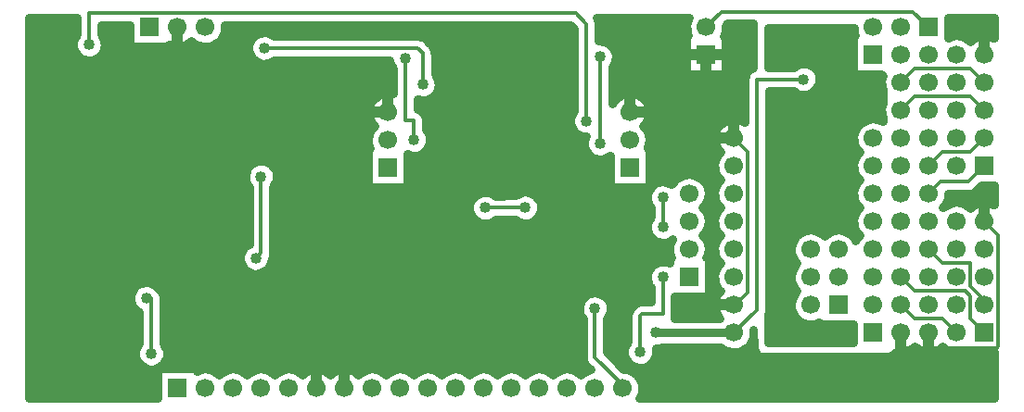
<source format=gbr>
G04 DipTrace 2.4.0.2*
%INBottom.gbr*%
%MOIN*%
%ADD13C,0.013*%
%ADD14C,0.03*%
%ADD17C,0.04*%
%ADD26R,0.0669X0.0669*%
%ADD27C,0.0669*%
%FSLAX44Y44*%
G04*
G70*
G90*
G75*
G01*
%LNBottom*%
%LPD*%
X12941Y12566D2*
D13*
Y9816D1*
X12754Y9628D1*
X32444Y16066D2*
X30756D1*
Y7756D1*
X29940Y6940D1*
D14*
X27131D1*
X8816Y8190D2*
D13*
X9004D1*
Y6190D1*
X29940Y7940D2*
X30002D1*
X30440Y8378D1*
Y13440D1*
X29940Y13940D1*
X29444D1*
X28943Y14441D1*
Y14879D1*
Y16937D1*
X28940Y16940D1*
X26192Y14879D2*
X28943D1*
X8629Y16941D2*
X9941D1*
Y17065D1*
Y17939D1*
X9940Y17940D1*
X11315Y17065D2*
X9941D1*
X7950Y9307D2*
X8920D1*
X9941Y10328D1*
X10804Y11191D1*
X12191D1*
X9941Y16941D2*
Y15940D1*
Y15754D1*
Y10328D1*
X17504Y14878D2*
Y15629D1*
X17379Y15754D1*
X16440D1*
X9941D1*
X10566Y9691D2*
X11566D1*
X11941Y10066D1*
Y10941D1*
X12191Y11191D1*
X14940Y4940D2*
Y5504D1*
X14692Y5753D1*
X12691D1*
Y6690D1*
X38940Y10940D2*
X38945D1*
X39444Y10441D1*
Y6440D1*
X39382Y6378D1*
X37006D1*
X36944Y6440D1*
Y6936D1*
X36940Y6940D1*
X35940D2*
Y6444D1*
X36006Y6378D1*
X37006D1*
X12691Y6690D2*
X9941D1*
Y10328D1*
X15940Y4940D2*
Y5938D1*
X16442Y6440D1*
Y8942D1*
X16940Y9440D1*
X21505Y10253D2*
X20380D1*
X9940Y15940D2*
X9941D1*
X16440D2*
Y15754D1*
X24630Y14566D2*
Y18066D1*
X24255Y18442D1*
X6753D1*
Y17316D1*
X18755Y15879D2*
Y17004D1*
X18567Y17191D1*
X13066D1*
X21003Y11441D2*
X22440Y11443D1*
X25940Y4940D2*
X26068D1*
X24943Y6065D1*
Y7815D1*
X35940Y7940D2*
X36440Y7440D1*
X37440D1*
X37940Y6940D1*
X27380Y11816D2*
Y10753D1*
X26568Y6253D2*
Y7565D1*
X26630Y7628D1*
X27380D1*
Y8941D1*
X18130Y16816D2*
Y14588D1*
X18442D1*
Y13879D1*
X25130Y16879D2*
Y13754D1*
X35940Y15940D2*
X36440Y16440D1*
X38440D1*
X38940Y15940D1*
X35940Y14940D2*
X36440Y15440D1*
X38440D1*
X38940Y14940D1*
X36940Y12940D2*
X37440Y13440D1*
X38440D1*
X38940Y13940D1*
X36940Y11940D2*
X37378Y12378D1*
X38378D1*
X38940Y12940D1*
X36940Y9940D2*
X37440Y9440D1*
X38440D1*
Y8627D1*
X38940Y8127D1*
Y7940D1*
X35940Y8940D2*
X36440Y8440D1*
X38253D1*
X38440Y8253D1*
Y7440D1*
X38940Y6940D1*
X36940Y17940D2*
X36377Y18503D1*
X29503D1*
X28940Y17940D1*
D17*
X12941Y12566D3*
X12754Y9628D3*
X32444Y16066D3*
X27131Y6940D3*
X8816Y8190D3*
X9004Y6190D3*
X8629Y16941D3*
X11315Y17065D3*
X7950Y9307D3*
X12191Y11191D3*
X10566Y9691D3*
X12691Y6690D3*
X16940Y9440D3*
X21505Y10253D3*
X20380D3*
X24630Y14566D3*
X6753Y17316D3*
X18755Y15879D3*
X13066Y17191D3*
X21003Y11441D3*
X22440Y11443D3*
X24943Y7815D3*
X27380Y11816D3*
Y10753D3*
X26568Y6253D3*
X27380Y8941D3*
Y10753D3*
X18130Y16816D3*
X18442Y13879D3*
X25130Y16879D3*
Y13754D3*
X9940Y15940D3*
Y15440D3*
Y14940D3*
Y14440D3*
Y13940D3*
Y13440D3*
Y12940D3*
Y12440D3*
Y11940D3*
Y11440D3*
Y10940D3*
Y10440D3*
Y9940D3*
Y9440D3*
Y8940D3*
X16440Y15940D3*
Y15440D3*
Y14940D3*
Y14440D3*
Y13940D3*
Y13440D3*
Y12940D3*
Y12440D3*
Y11940D3*
Y11440D3*
Y10940D3*
Y10440D3*
Y9940D3*
Y9440D3*
Y8940D3*
X32256Y14504D3*
Y14004D3*
Y13504D3*
Y13004D3*
X32819Y14504D3*
Y14004D3*
Y13504D3*
Y13004D3*
X32256Y12503D3*
X32819D3*
X31381Y13754D3*
Y13254D3*
X4620Y17991D2*
D14*
X6297D1*
X7210D2*
X8212D1*
X11664D2*
X24071D1*
X25086D2*
X28217D1*
X29663D2*
X30616D1*
X37668D2*
X39261D1*
X4620Y17693D2*
X6297D1*
X7210D2*
X8212D1*
X11623D2*
X12781D1*
X13349D2*
X24173D1*
X25086D2*
X28258D1*
X29622D2*
X30616D1*
X37668D2*
X39261D1*
X4620Y17394D2*
X6166D1*
X7341D2*
X8212D1*
X11401D2*
X12514D1*
X18996D2*
X24173D1*
X25386D2*
X28213D1*
X29667D2*
X30616D1*
X4620Y17095D2*
X6207D1*
X7300D2*
X12481D1*
X19201D2*
X24173D1*
X25677D2*
X28213D1*
X29667D2*
X30616D1*
X4620Y16797D2*
X6510D1*
X6997D2*
X12637D1*
X19209D2*
X24173D1*
X25718D2*
X28213D1*
X29667D2*
X30616D1*
X4620Y16498D2*
X17636D1*
X19209D2*
X24173D1*
X25587D2*
X28213D1*
X29667D2*
X30616D1*
X4620Y16199D2*
X17673D1*
X19246D2*
X24173D1*
X25587D2*
X30321D1*
X4620Y15900D2*
X17673D1*
X19345D2*
X24173D1*
X25587D2*
X30300D1*
X4620Y15602D2*
X17673D1*
X19275D2*
X24173D1*
X25587D2*
X30300D1*
X4620Y15303D2*
X16923D1*
X18586D2*
X24173D1*
X26776D2*
X30300D1*
X4620Y15004D2*
X16791D1*
X18586D2*
X24173D1*
X26907D2*
X30300D1*
X4620Y14706D2*
X16800D1*
X18881D2*
X24054D1*
X26899D2*
X30300D1*
X4620Y14407D2*
X16964D1*
X18898D2*
X24063D1*
X26735D2*
X29394D1*
X4620Y14108D2*
X16816D1*
X18984D2*
X24276D1*
X26878D2*
X29234D1*
X4620Y13810D2*
X16783D1*
X19029D2*
X24542D1*
X26915D2*
X29226D1*
X4620Y13511D2*
X16779D1*
X18898D2*
X24592D1*
X26919D2*
X29361D1*
X4620Y13212D2*
X16779D1*
X18229D2*
X24948D1*
X25312D2*
X25465D1*
X26919D2*
X29271D1*
X4620Y12914D2*
X12469D1*
X13415D2*
X16779D1*
X18229D2*
X25465D1*
X26919D2*
X29213D1*
X4620Y12615D2*
X12350D1*
X13530D2*
X16779D1*
X18229D2*
X25465D1*
X26919D2*
X28114D1*
X28523D2*
X29295D1*
X4620Y12316D2*
X12407D1*
X13476D2*
X16779D1*
X18229D2*
X25465D1*
X26919D2*
X27093D1*
X28933D2*
X29324D1*
X4620Y12018D2*
X12485D1*
X13398D2*
X26827D1*
X29040D2*
X29220D1*
X38636D2*
X39261D1*
X4620Y11719D2*
X12485D1*
X13398D2*
X20482D1*
X22958D2*
X26798D1*
X29007D2*
X29250D1*
X37631D2*
X39261D1*
X4620Y11420D2*
X12485D1*
X13398D2*
X20413D1*
X23032D2*
X26925D1*
X28855D2*
X29406D1*
X4620Y11121D2*
X12485D1*
X13398D2*
X20511D1*
X22929D2*
X26925D1*
X29019D2*
X29238D1*
X4620Y10823D2*
X12485D1*
X13398D2*
X26794D1*
X29036D2*
X29220D1*
X4620Y10524D2*
X12485D1*
X13398D2*
X26839D1*
X28908D2*
X29353D1*
X4620Y10225D2*
X12485D1*
X13398D2*
X27159D1*
X28982D2*
X29275D1*
X4620Y9927D2*
X12247D1*
X13398D2*
X27594D1*
X29044D2*
X29213D1*
X4620Y9628D2*
X12161D1*
X13353D2*
X27594D1*
X29044D2*
X29287D1*
X4620Y9329D2*
X12247D1*
X13259D2*
X26946D1*
X29044D2*
X29332D1*
X4620Y9031D2*
X26798D1*
X29044D2*
X29220D1*
X4620Y8732D2*
X8634D1*
X8994D2*
X26831D1*
X29044D2*
X29246D1*
X4620Y8433D2*
X8278D1*
X9383D2*
X26925D1*
X29044D2*
X29419D1*
X4620Y8135D2*
X8228D1*
X9461D2*
X24452D1*
X25435D2*
X26925D1*
X27838D2*
X29242D1*
X4620Y7836D2*
X8351D1*
X9461D2*
X24350D1*
X25533D2*
X26207D1*
X27838D2*
X29222D1*
X4620Y7537D2*
X8548D1*
X9461D2*
X24423D1*
X25459D2*
X26113D1*
X27826D2*
X29341D1*
X4620Y7239D2*
X8548D1*
X9461D2*
X24485D1*
X25398D2*
X26113D1*
X4620Y6940D2*
X8548D1*
X9461D2*
X24485D1*
X25398D2*
X26113D1*
X4620Y6641D2*
X8548D1*
X9461D2*
X24485D1*
X25398D2*
X26113D1*
X4620Y6342D2*
X8433D1*
X9576D2*
X24485D1*
X25398D2*
X25982D1*
X27153D2*
X29554D1*
X30327D2*
X30628D1*
X36327D2*
X36550D1*
X37328D2*
X37551D1*
X4620Y6044D2*
X8429D1*
X9576D2*
X24485D1*
X25599D2*
X26015D1*
X27120D2*
X39261D1*
X4620Y5745D2*
X8630D1*
X9375D2*
X24628D1*
X25898D2*
X26298D1*
X26837D2*
X39261D1*
X4620Y5446D2*
X9213D1*
X26448D2*
X39261D1*
X4620Y5148D2*
X9213D1*
X26636D2*
X39261D1*
X4620Y4849D2*
X9213D1*
X26661D2*
X39261D1*
X37637Y18288D2*
Y17566D1*
X37808Y17624D1*
X37938Y17637D1*
X38068Y17625D1*
X38194Y17589D1*
X38311Y17529D1*
X38440Y17422D1*
X38501Y17481D1*
X38610Y17554D1*
X38731Y17605D1*
X38859Y17632D1*
X38990Y17635D1*
X39120Y17613D1*
X39243Y17568D1*
X39290Y17543D1*
Y18289D1*
X37640Y18290D1*
X37624Y11810D2*
X37588Y11684D1*
X37528Y11567D1*
X37420Y11439D1*
X37462Y11447D1*
X37565Y11527D1*
X37682Y11587D1*
X37808Y11624D1*
X37938Y11637D1*
X38068Y11625D1*
X38194Y11589D1*
X38311Y11529D1*
X38440Y11422D1*
X38501Y11481D1*
X38610Y11554D1*
X38731Y11605D1*
X38859Y11632D1*
X38990Y11635D1*
X39120Y11613D1*
X39243Y11568D1*
X39290Y11543D1*
Y12244D1*
X38845Y12243D1*
X38679Y12076D1*
X38574Y11998D1*
X38446Y11957D1*
X38246Y11951D1*
X37635D1*
X37624Y11810D1*
X37439Y6455D2*
X37328Y6362D1*
X37213Y6299D1*
X37088Y6259D1*
X36958Y6244D1*
X36827Y6253D1*
X36701Y6286D1*
X36582Y6342D1*
X36477Y6420D1*
X36439Y6455D1*
X36350Y6377D1*
X36237Y6310D1*
X36114Y6265D1*
X35984Y6245D1*
X35853Y6249D1*
X35761Y6267D1*
X35742Y6235D1*
X35649Y6142D1*
X35530Y6089D1*
X35313Y6078D1*
X31006D1*
X30877Y6102D1*
X30766Y6169D1*
X30685Y6272D1*
X30647Y6401D1*
X30644Y7043D1*
X30624Y6810D1*
X30588Y6684D1*
X30528Y6567D1*
X30448Y6463D1*
X30350Y6377D1*
X30237Y6310D1*
X30114Y6265D1*
X29984Y6245D1*
X29853Y6249D1*
X29725Y6277D1*
X29605Y6329D1*
X29471Y6429D1*
X27360Y6428D1*
X27226Y6386D1*
X27115Y6380D1*
X27130Y6253D1*
X27115Y6123D1*
X27070Y6000D1*
X26998Y5890D1*
X26902Y5801D1*
X26788Y5736D1*
X26663Y5699D1*
X26532Y5692D1*
X26403Y5715D1*
X26283Y5768D1*
X26179Y5847D1*
X26096Y5948D1*
X26038Y6066D1*
X26009Y6193D1*
X26010Y6324D1*
X26042Y6451D1*
X26102Y6568D1*
X26142Y6614D1*
X26141Y7565D1*
X26161Y7695D1*
X26236Y7834D1*
X26373Y7968D1*
X26475Y8026D1*
X26601Y8054D1*
X26954Y8055D1*
Y8575D1*
X26908Y8636D1*
X26851Y8753D1*
X26822Y8881D1*
X26823Y9012D1*
X26855Y9139D1*
X26915Y9255D1*
X27000Y9355D1*
X27107Y9431D1*
X27228Y9481D1*
X27357Y9502D1*
X27487Y9492D1*
X27623Y9446D1*
X27621Y9637D1*
X27691D1*
X27656Y9724D1*
X27627Y9852D1*
X27623Y9983D1*
X27643Y10112D1*
X27687Y10236D1*
X27735Y10317D1*
X27601Y10236D1*
X27475Y10199D1*
X27345Y10192D1*
X27216Y10216D1*
X27096Y10269D1*
X26992Y10348D1*
X26908Y10449D1*
X26851Y10566D1*
X26822Y10694D1*
X26823Y10825D1*
X26855Y10952D1*
X26915Y11068D1*
X26955Y11115D1*
X26954Y11454D1*
X26908Y11511D1*
X26851Y11629D1*
X26822Y11756D1*
X26823Y11887D1*
X26855Y12014D1*
X26915Y12131D1*
X27000Y12230D1*
X27107Y12307D1*
X27228Y12357D1*
X27357Y12377D1*
X27487Y12368D1*
X27612Y12328D1*
X27707Y12271D1*
X27754Y12349D1*
X27840Y12447D1*
X27943Y12528D1*
X28060Y12588D1*
X28186Y12624D1*
X28316Y12637D1*
X28447Y12625D1*
X28573Y12589D1*
X28689Y12530D1*
X28793Y12450D1*
X28880Y12352D1*
X28947Y12239D1*
X28992Y12116D1*
X29015Y11941D1*
X29002Y11810D1*
X28966Y11684D1*
X28906Y11567D1*
X28799Y11439D1*
X28880Y11352D1*
X28947Y11239D1*
X28992Y11116D1*
X29015Y10941D1*
X29002Y10810D1*
X28966Y10684D1*
X28906Y10567D1*
X28799Y10439D1*
X28880Y10352D1*
X28947Y10239D1*
X28992Y10116D1*
X29015Y9941D1*
X29002Y9810D1*
X28966Y9684D1*
X28942Y9637D1*
X29015D1*
Y8244D1*
X27805D1*
X27807Y7628D1*
X27790Y7509D1*
X27787Y7452D1*
X29439Y7456D1*
X29357Y7558D1*
X29296Y7674D1*
X29258Y7800D1*
X29243Y7930D1*
X29254Y8061D1*
X29289Y8187D1*
X29346Y8305D1*
X29425Y8409D1*
X29455Y8440D1*
X29404Y8495D1*
X29330Y8603D1*
X29278Y8724D1*
X29249Y8851D1*
X29245Y8982D1*
X29265Y9112D1*
X29309Y9235D1*
X29375Y9348D1*
X29454Y9437D1*
X29330Y9603D1*
X29278Y9724D1*
X29249Y9851D1*
X29245Y9982D1*
X29265Y10112D1*
X29309Y10235D1*
X29375Y10348D1*
X29454Y10437D1*
X29330Y10603D1*
X29278Y10724D1*
X29249Y10851D1*
X29245Y10982D1*
X29265Y11112D1*
X29309Y11235D1*
X29375Y11348D1*
X29454Y11437D1*
X29330Y11603D1*
X29278Y11724D1*
X29249Y11851D1*
X29245Y11982D1*
X29265Y12112D1*
X29309Y12235D1*
X29375Y12348D1*
X29454Y12437D1*
X29330Y12603D1*
X29278Y12724D1*
X29249Y12851D1*
X29245Y12982D1*
X29265Y13112D1*
X29309Y13235D1*
X29375Y13348D1*
X29454Y13437D1*
X29357Y13558D1*
X29296Y13674D1*
X29258Y13800D1*
X29243Y13930D1*
X29254Y14061D1*
X29289Y14187D1*
X29346Y14305D1*
X29425Y14409D1*
X29522Y14497D1*
X29634Y14566D1*
X29756Y14612D1*
X29886Y14635D1*
X30017Y14632D1*
X30145Y14606D1*
X30266Y14556D1*
X30329Y14518D1*
Y16066D1*
X30349Y16195D1*
X30407Y16313D1*
X30498Y16407D1*
X30603Y16464D1*
X30644Y16545D1*
X30645Y18070D1*
X30341Y18076D1*
X29680D1*
X29635Y17986D1*
X29624Y17810D1*
X29588Y17684D1*
X29564Y17636D1*
X29637Y17637D1*
Y16243D1*
X28243D1*
Y17637D1*
X28313D1*
X28278Y17724D1*
X28249Y17851D1*
X28245Y17982D1*
X28265Y18112D1*
X28309Y18235D1*
X28340Y18288D1*
X24992Y18290D1*
X25051Y18139D1*
X25057Y17935D1*
Y17439D1*
X25237Y17431D1*
X25362Y17391D1*
X25474Y17323D1*
X25568Y17232D1*
X25637Y17121D1*
X25680Y16997D1*
X25692Y16879D1*
X25677Y16749D1*
X25632Y16626D1*
X25557Y16514D1*
X25561Y15174D1*
X25628Y15287D1*
X25714Y15385D1*
X25817Y15466D1*
X25934Y15526D1*
X26060Y15562D1*
X26190Y15575D1*
X26321Y15563D1*
X26447Y15527D1*
X26564Y15468D1*
X26667Y15388D1*
X26754Y15290D1*
X26822Y15177D1*
X26866Y15054D1*
X26887Y14925D1*
X26884Y14800D1*
X26857Y14672D1*
X26807Y14551D1*
X26735Y14441D1*
X26677Y14378D1*
X26754Y14290D1*
X26822Y14177D1*
X26866Y14054D1*
X26889Y13879D1*
X26877Y13748D1*
X26840Y13622D1*
X26816Y13575D1*
X26889D1*
Y12182D1*
X25496D1*
Y13326D1*
X25351Y13237D1*
X25225Y13200D1*
X25094Y13193D1*
X24966Y13216D1*
X24846Y13269D1*
X24741Y13348D1*
X24658Y13449D1*
X24600Y13566D1*
X24571Y13694D1*
X24573Y13825D1*
X24604Y13952D1*
X24633Y14007D1*
X24466Y14029D1*
X24346Y14081D1*
X24241Y14160D1*
X24158Y14261D1*
X24100Y14379D1*
X24071Y14507D1*
X24073Y14638D1*
X24104Y14765D1*
X24165Y14881D1*
X24205Y14927D1*
X24203Y17892D1*
X24076Y18017D1*
X21499Y18015D1*
X11636D1*
X11624Y17810D1*
X11588Y17684D1*
X11528Y17567D1*
X11448Y17463D1*
X11350Y17377D1*
X11237Y17310D1*
X11114Y17265D1*
X10984Y17245D1*
X10853Y17249D1*
X10725Y17277D1*
X10605Y17329D1*
X10497Y17403D1*
X10442Y17458D1*
X10350Y17377D1*
X10237Y17310D1*
X10114Y17265D1*
X9984Y17245D1*
X9853Y17249D1*
X9725Y17277D1*
X9637Y17313D1*
Y17243D1*
X8243D1*
Y18018D1*
X7326Y18015D1*
X7182D1*
X7180Y17683D1*
X7260Y17559D1*
X7303Y17435D1*
X7315Y17316D1*
X7300Y17186D1*
X7255Y17063D1*
X7183Y16954D1*
X7087Y16865D1*
X6974Y16799D1*
X6848Y16762D1*
X6717Y16756D1*
X6589Y16779D1*
X6469Y16832D1*
X6364Y16911D1*
X6281Y17012D1*
X6223Y17129D1*
X6194Y17257D1*
X6196Y17388D1*
X6228Y17515D1*
X6288Y17631D1*
X6328Y17678D1*
X6326Y18288D1*
X4593Y18290D1*
X4590Y17128D1*
Y4591D1*
X9242Y4590D1*
X9243Y5637D1*
X10637D1*
Y5567D1*
X10808Y5624D1*
X10938Y5637D1*
X11068Y5625D1*
X11194Y5589D1*
X11311Y5529D1*
X11440Y5422D1*
X11565Y5527D1*
X11682Y5587D1*
X11808Y5624D1*
X11938Y5637D1*
X12068Y5625D1*
X12194Y5589D1*
X12311Y5529D1*
X12440Y5422D1*
X12565Y5527D1*
X12682Y5587D1*
X12808Y5624D1*
X12938Y5637D1*
X13068Y5625D1*
X13194Y5589D1*
X13311Y5529D1*
X13440Y5422D1*
X13565Y5527D1*
X13682Y5587D1*
X13808Y5624D1*
X13938Y5637D1*
X14068Y5625D1*
X14194Y5589D1*
X14311Y5529D1*
X14440Y5422D1*
X14501Y5481D1*
X14610Y5554D1*
X14731Y5605D1*
X14859Y5632D1*
X14990Y5635D1*
X15120Y5613D1*
X15243Y5568D1*
X15355Y5500D1*
X15440Y5425D1*
X15543Y5513D1*
X15658Y5577D1*
X15782Y5618D1*
X15912Y5636D1*
X16043Y5629D1*
X16170Y5598D1*
X16289Y5543D1*
X16396Y5467D1*
X16440Y5425D1*
X16565Y5527D1*
X16682Y5587D1*
X16808Y5624D1*
X16938Y5637D1*
X17068Y5625D1*
X17194Y5589D1*
X17311Y5529D1*
X17440Y5422D1*
X17565Y5527D1*
X17682Y5587D1*
X17808Y5624D1*
X17938Y5637D1*
X18068Y5625D1*
X18194Y5589D1*
X18311Y5529D1*
X18440Y5422D1*
X18565Y5527D1*
X18682Y5587D1*
X18808Y5624D1*
X18938Y5637D1*
X19068Y5625D1*
X19194Y5589D1*
X19311Y5529D1*
X19440Y5422D1*
X19565Y5527D1*
X19682Y5587D1*
X19808Y5624D1*
X19938Y5637D1*
X20068Y5625D1*
X20194Y5589D1*
X20311Y5529D1*
X20440Y5422D1*
X20565Y5527D1*
X20682Y5587D1*
X20808Y5624D1*
X20938Y5637D1*
X21068Y5625D1*
X21194Y5589D1*
X21311Y5529D1*
X21440Y5422D1*
X21565Y5527D1*
X21682Y5587D1*
X21808Y5624D1*
X21938Y5637D1*
X22068Y5625D1*
X22194Y5589D1*
X22311Y5529D1*
X22440Y5422D1*
X22565Y5527D1*
X22682Y5587D1*
X22808Y5624D1*
X22938Y5637D1*
X23068Y5625D1*
X23194Y5589D1*
X23311Y5529D1*
X23440Y5422D1*
X23565Y5527D1*
X23682Y5587D1*
X23808Y5624D1*
X23938Y5637D1*
X24068Y5625D1*
X24194Y5589D1*
X24311Y5529D1*
X24440Y5422D1*
X24565Y5527D1*
X24682Y5587D1*
X24788Y5618D1*
X24641Y5763D1*
X24564Y5869D1*
X24522Y5997D1*
X24516Y6196D1*
Y7447D1*
X24470Y7511D1*
X24413Y7628D1*
X24384Y7756D1*
X24385Y7887D1*
X24417Y8014D1*
X24477Y8130D1*
X24563Y8229D1*
X24669Y8306D1*
X24790Y8356D1*
X24919Y8377D1*
X25050Y8367D1*
X25174Y8327D1*
X25287Y8260D1*
X25380Y8168D1*
X25450Y8058D1*
X25492Y7934D1*
X25505Y7815D1*
X25489Y7685D1*
X25445Y7562D1*
X25369Y7450D1*
X25370Y6245D1*
X25978Y5633D1*
X26068Y5625D1*
X26194Y5589D1*
X26311Y5529D1*
X26415Y5449D1*
X26502Y5351D1*
X26569Y5239D1*
X26614Y5116D1*
X26637Y4940D1*
X26624Y4810D1*
X26588Y4684D1*
X26541Y4592D1*
X28456Y4590D1*
X39287D1*
X39290Y5752D1*
Y6240D1*
X38324Y6243D1*
X38243D1*
Y6313D1*
X38114Y6265D1*
X37984Y6245D1*
X37853Y6249D1*
X37725Y6277D1*
X37605Y6329D1*
X37497Y6403D1*
X37442Y6458D1*
X18201Y13374D2*
Y12182D1*
X16808D1*
Y13575D1*
X16878D1*
X16842Y13662D1*
X16813Y13790D1*
X16809Y13921D1*
X16829Y14050D1*
X16873Y14174D1*
X16940Y14287D1*
X17018Y14376D1*
X16922Y14497D1*
X16860Y14613D1*
X16822Y14738D1*
X16808Y14868D1*
X16818Y14999D1*
X16853Y15125D1*
X16911Y15243D1*
X16990Y15348D1*
X17087Y15436D1*
X17198Y15504D1*
X17321Y15550D1*
X17450Y15573D1*
X17581Y15571D1*
X17702Y15546D1*
X17703Y16454D1*
X17657Y16512D1*
X17600Y16629D1*
X17571Y16761D1*
X16861Y16764D1*
X13428D1*
X13287Y16674D1*
X13161Y16637D1*
X13031Y16631D1*
X12902Y16654D1*
X12782Y16707D1*
X12678Y16786D1*
X12594Y16887D1*
X12537Y17004D1*
X12508Y17132D1*
X12509Y17263D1*
X12541Y17390D1*
X12601Y17506D1*
X12686Y17605D1*
X12793Y17682D1*
X12914Y17732D1*
X13043Y17753D1*
X13173Y17743D1*
X13298Y17703D1*
X13431Y17616D1*
X14773Y17618D1*
X18567D1*
X18696Y17598D1*
X18816Y17537D1*
X18962Y17401D1*
X19056Y17306D1*
X19134Y17200D1*
X19175Y17072D1*
X19182Y16873D1*
Y16245D1*
X19262Y16121D1*
X19304Y15997D1*
X19317Y15879D1*
X19301Y15749D1*
X19256Y15626D1*
X19184Y15516D1*
X19089Y15427D1*
X18975Y15362D1*
X18850Y15325D1*
X18719Y15318D1*
X18590Y15341D1*
X18556Y15356D1*
X18557Y14999D1*
X18676Y14945D1*
X18773Y14858D1*
X18839Y14745D1*
X18869Y14588D1*
Y14248D1*
X18949Y14121D1*
X18991Y13997D1*
X19004Y13879D1*
X18989Y13748D1*
X18944Y13626D1*
X18872Y13516D1*
X18776Y13427D1*
X18663Y13362D1*
X18537Y13325D1*
X18406Y13318D1*
X18277Y13341D1*
X18199Y13376D1*
X13368Y12201D2*
Y9816D1*
X13347Y9683D1*
X13301Y9498D1*
X13256Y9375D1*
X13184Y9266D1*
X13088Y9176D1*
X12974Y9111D1*
X12849Y9074D1*
X12718Y9067D1*
X12589Y9091D1*
X12469Y9143D1*
X12365Y9222D1*
X12282Y9323D1*
X12224Y9441D1*
X12195Y9569D1*
X12197Y9700D1*
X12228Y9827D1*
X12288Y9943D1*
X12374Y10042D1*
X12480Y10119D1*
X12514Y10133D1*
X12515Y12198D1*
X12469Y12261D1*
X12412Y12379D1*
X12383Y12506D1*
X12384Y12637D1*
X12416Y12764D1*
X12476Y12881D1*
X12561Y12980D1*
X12668Y13057D1*
X12788Y13107D1*
X12918Y13127D1*
X13048Y13118D1*
X13173Y13078D1*
X13285Y13010D1*
X13379Y12919D1*
X13449Y12808D1*
X13491Y12684D1*
X13503Y12566D1*
X13488Y12436D1*
X13443Y12313D1*
X13368Y12201D1*
X9431Y8059D2*
Y6554D1*
X9511Y6432D1*
X9553Y6308D1*
X9566Y6190D1*
X9550Y6060D1*
X9505Y5937D1*
X9433Y5828D1*
X9338Y5738D1*
X9224Y5673D1*
X9098Y5636D1*
X8968Y5629D1*
X8839Y5653D1*
X8719Y5706D1*
X8615Y5785D1*
X8531Y5886D1*
X8474Y6003D1*
X8445Y6131D1*
X8446Y6262D1*
X8478Y6389D1*
X8538Y6505D1*
X8578Y6552D1*
X8577Y7679D1*
X8427Y7785D1*
X8344Y7886D1*
X8286Y8003D1*
X8257Y8131D1*
X8259Y8262D1*
X8290Y8389D1*
X8350Y8505D1*
X8436Y8604D1*
X8542Y8681D1*
X8663Y8731D1*
X8792Y8752D1*
X8923Y8742D1*
X9048Y8702D1*
X9160Y8635D1*
X9332Y8463D1*
X9397Y8357D1*
X9430Y8219D1*
X9431Y8059D1*
X21367Y11868D2*
X22072Y11870D1*
X22166Y11934D1*
X22287Y11984D1*
X22416Y12005D1*
X22547Y11995D1*
X22672Y11955D1*
X22784Y11888D1*
X22877Y11796D1*
X22947Y11685D1*
X22989Y11561D1*
X23002Y11443D1*
X22987Y11313D1*
X22942Y11190D1*
X22870Y11081D1*
X22774Y10991D1*
X22661Y10926D1*
X22535Y10889D1*
X22404Y10882D1*
X22275Y10906D1*
X22155Y10959D1*
X22080Y11015D1*
X21370Y11014D1*
X21223Y10924D1*
X21097Y10887D1*
X20967Y10880D1*
X20838Y10903D1*
X20718Y10956D1*
X20614Y11035D1*
X20530Y11136D1*
X20473Y11254D1*
X20444Y11381D1*
X20445Y11512D1*
X20477Y11639D1*
X20537Y11756D1*
X20622Y11855D1*
X20729Y11931D1*
X20850Y11982D1*
X20979Y12002D1*
X21109Y11993D1*
X21234Y11953D1*
X21361Y11871D1*
X27736Y10321D2*
X27601Y10236D1*
X27475Y10199D1*
X27345Y10192D1*
X27216Y10216D1*
X27096Y10269D1*
X26992Y10348D1*
X26908Y10449D1*
X26851Y10566D1*
X26822Y10694D1*
X26823Y10825D1*
X26855Y10952D1*
X26915Y11068D1*
X26955Y11115D1*
X36940Y6940D2*
D17*
Y6244D1*
X35940Y6940D2*
Y6244D1*
X38940Y11636D2*
Y10940D1*
Y17636D2*
Y16940D1*
X9940Y17940D2*
Y17244D1*
X17504Y15575D2*
Y14878D1*
X16808D2*
X17504D1*
X26192Y15575D2*
Y14879D1*
X26888D1*
X28940Y16940D2*
Y16244D1*
X28244Y16940D2*
X29636D1*
X14940Y5636D2*
Y4940D1*
X15940Y5636D2*
Y4940D1*
X29244Y7940D2*
X29940D1*
Y14636D2*
Y13940D1*
X29244D2*
X29940D1*
X31186Y17618D2*
D14*
X34212D1*
X31186Y17319D2*
X34212D1*
X31186Y17020D2*
X34212D1*
X31186Y16722D2*
X34212D1*
X32906Y16423D2*
X34212D1*
X33033Y16124D2*
X35237D1*
X32980Y15826D2*
X35225D1*
X31213Y15527D2*
X32256D1*
X32631D2*
X35266D1*
X31213Y15228D2*
X35266D1*
X31213Y14930D2*
X35213D1*
X31213Y14631D2*
X34823D1*
X35059D2*
X35266D1*
X31213Y14332D2*
X34335D1*
X31213Y14034D2*
X34220D1*
X31213Y13735D2*
X34245D1*
X31213Y13436D2*
X34421D1*
X31213Y13137D2*
X34241D1*
X31213Y12839D2*
X34220D1*
X31213Y12540D2*
X34339D1*
X31213Y12241D2*
X34282D1*
X31213Y11943D2*
X34212D1*
X31213Y11644D2*
X34278D1*
X31213Y11345D2*
X34343D1*
X31213Y11047D2*
X34220D1*
X31213Y10748D2*
X34241D1*
X31213Y10449D2*
X32186D1*
X34194D2*
X34417D1*
X31213Y10151D2*
X31997D1*
X31213Y9852D2*
X31969D1*
X31213Y9553D2*
X32079D1*
X31213Y9255D2*
X32038D1*
X31213Y8956D2*
X31965D1*
X31213Y8657D2*
X32022D1*
X31213Y8358D2*
X32104D1*
X31213Y8060D2*
X31973D1*
X31213Y7761D2*
X31985D1*
X31186Y7462D2*
X32153D1*
X31186Y7164D2*
X34212D1*
X31186Y6865D2*
X34212D1*
X35293Y15690D2*
X35249Y15851D1*
X35245Y15982D1*
X35265Y16112D1*
X35294Y16193D1*
X35243Y16243D1*
X34243D1*
Y17637D1*
X34313D1*
X34278Y17724D1*
X34249Y17851D1*
X34247Y17913D1*
X33344Y17916D1*
X31158D1*
X31156Y16496D1*
X32080Y16493D1*
X32170Y16557D1*
X32291Y16607D1*
X32420Y16628D1*
X32550Y16618D1*
X32675Y16578D1*
X32787Y16511D1*
X32881Y16419D1*
X32951Y16308D1*
X32993Y16184D1*
X33006Y16066D1*
X32990Y15936D1*
X32945Y15813D1*
X32873Y15704D1*
X32778Y15614D1*
X32664Y15549D1*
X32538Y15512D1*
X32408Y15505D1*
X32279Y15529D1*
X32159Y15582D1*
X32084Y15638D1*
X31184Y15639D1*
X31183Y7756D1*
X31156Y7568D1*
Y6588D1*
X33237Y6590D1*
X34242D1*
X34243Y7240D1*
X33074Y7243D1*
X32993D1*
Y7313D1*
X32864Y7265D1*
X32734Y7245D1*
X32603Y7249D1*
X32475Y7277D1*
X32355Y7329D1*
X32247Y7403D1*
X32154Y7495D1*
X32080Y7603D1*
X32028Y7724D1*
X31999Y7851D1*
X31995Y7982D1*
X32015Y8112D1*
X32059Y8235D1*
X32125Y8348D1*
X32204Y8437D1*
X32080Y8603D1*
X32028Y8724D1*
X31999Y8851D1*
X31995Y8982D1*
X32015Y9112D1*
X32059Y9235D1*
X32125Y9348D1*
X32204Y9437D1*
X32080Y9603D1*
X32028Y9724D1*
X31999Y9851D1*
X31995Y9982D1*
X32015Y10112D1*
X32059Y10235D1*
X32125Y10348D1*
X32212Y10447D1*
X32315Y10527D1*
X32432Y10587D1*
X32558Y10624D1*
X32688Y10637D1*
X32818Y10625D1*
X32944Y10589D1*
X33061Y10529D1*
X33190Y10422D1*
X33315Y10527D1*
X33432Y10587D1*
X33558Y10624D1*
X33688Y10637D1*
X33818Y10625D1*
X33944Y10589D1*
X34061Y10529D1*
X34165Y10449D1*
X34252Y10351D1*
X34313Y10249D1*
X34375Y10348D1*
X34454Y10437D1*
X34330Y10603D1*
X34278Y10724D1*
X34249Y10851D1*
X34245Y10982D1*
X34265Y11112D1*
X34309Y11235D1*
X34375Y11348D1*
X34454Y11437D1*
X34330Y11603D1*
X34278Y11724D1*
X34249Y11851D1*
X34245Y11982D1*
X34265Y12112D1*
X34309Y12235D1*
X34375Y12348D1*
X34454Y12437D1*
X34330Y12603D1*
X34278Y12724D1*
X34249Y12851D1*
X34245Y12982D1*
X34265Y13112D1*
X34309Y13235D1*
X34375Y13348D1*
X34454Y13437D1*
X34330Y13603D1*
X34278Y13724D1*
X34249Y13851D1*
X34245Y13982D1*
X34265Y14112D1*
X34309Y14235D1*
X34375Y14348D1*
X34462Y14447D1*
X34565Y14527D1*
X34682Y14587D1*
X34808Y14624D1*
X34938Y14637D1*
X35068Y14625D1*
X35194Y14589D1*
X35293Y14539D1*
X35294Y14679D1*
X35249Y14851D1*
X35245Y14982D1*
X35265Y15112D1*
X35294Y15193D1*
Y15680D1*
D26*
X36940Y17940D3*
D27*
X35940D3*
X36940Y16940D3*
X35940D3*
X36940Y15940D3*
X35940D3*
X36940Y14940D3*
X35940D3*
X36940Y13940D3*
X35940D3*
X36940Y12940D3*
X35940D3*
X36940Y11940D3*
X35940D3*
X36940Y10940D3*
X35940D3*
X36940Y9940D3*
X35940D3*
X36940Y8940D3*
X35940D3*
X36940Y7940D3*
X35940D3*
X36940Y6940D3*
X35940D3*
D26*
X33690Y7940D3*
D27*
X32690D3*
X33690Y8940D3*
X32690D3*
X33690Y9940D3*
X32690D3*
D26*
X38940Y6940D3*
D27*
X37940D3*
X38940Y7940D3*
X37940D3*
X38940Y8940D3*
X37940D3*
X38940Y9940D3*
X37940D3*
X38940Y10940D3*
X37940D3*
D26*
X38940Y12940D3*
D27*
X37940D3*
X38940Y13940D3*
X37940D3*
X38940Y14940D3*
X37940D3*
X38940Y15940D3*
X37940D3*
X38940Y16940D3*
X37940D3*
D26*
X8940Y17940D3*
D27*
X9940D3*
X10940D3*
D26*
X17504Y12878D3*
D27*
Y13878D3*
Y14878D3*
D26*
X26192Y12879D3*
D27*
Y13879D3*
Y14879D3*
D26*
X34940Y16940D3*
D27*
Y17940D3*
D26*
X28940Y16940D3*
D27*
Y17940D3*
D26*
X28318Y8941D3*
D27*
Y9941D3*
Y10941D3*
Y11941D3*
D26*
X9940Y4940D3*
D27*
X10940D3*
X11940D3*
X12940D3*
X13940D3*
X14940D3*
X15940D3*
X16940D3*
X17940D3*
X18940D3*
X19940D3*
X20940D3*
X21940D3*
X22940D3*
X23940D3*
X24940D3*
X25940D3*
D26*
X34940Y6940D3*
D27*
Y7940D3*
Y8940D3*
Y9940D3*
Y10940D3*
Y11940D3*
Y12940D3*
Y13940D3*
X29940Y6940D3*
Y7940D3*
Y8940D3*
Y9940D3*
Y10940D3*
Y11940D3*
Y12940D3*
Y13940D3*
M02*

</source>
